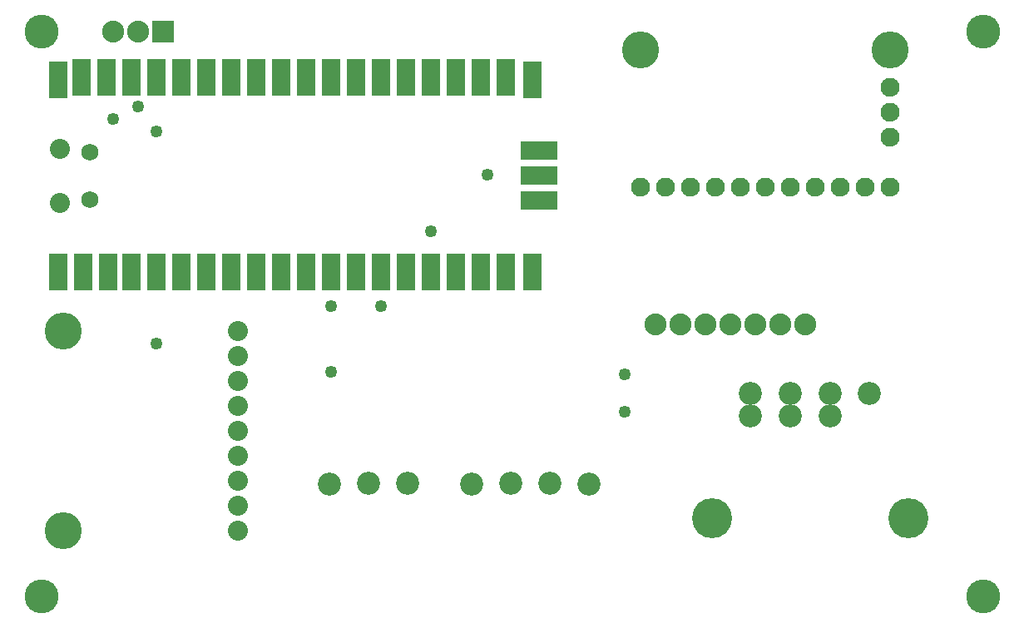
<source format=gts>
G04 MADE WITH FRITZING*
G04 WWW.FRITZING.ORG*
G04 DOUBLE SIDED*
G04 HOLES PLATED*
G04 CONTOUR ON CENTER OF CONTOUR VECTOR*
%ASAXBY*%
%FSLAX23Y23*%
%MOIN*%
%OFA0B0*%
%SFA1.0B1.0*%
%ADD10C,0.088000*%
%ADD11C,0.092677*%
%ADD12C,0.160000*%
%ADD13C,0.076000*%
%ADD14C,0.148425*%
%ADD15C,0.080000*%
%ADD16C,0.135984*%
%ADD17C,0.096614*%
%ADD18C,0.049370*%
%ADD19C,0.068000*%
%ADD20R,0.088000X0.088000*%
%ADD21R,0.076333X0.148458*%
%ADD22R,0.076000X0.148000*%
%ADD23R,0.076333X0.148000*%
%ADD24R,0.077375X0.148458*%
%ADD25R,0.148708X0.077500*%
%LNMASK1*%
G90*
G70*
G54D10*
X3162Y1183D03*
X3062Y1183D03*
X2962Y1183D03*
X2862Y1183D03*
X2762Y1183D03*
X2662Y1183D03*
X2562Y1183D03*
G54D11*
X3262Y908D03*
X3102Y908D03*
X2942Y908D03*
X3419Y908D03*
X3262Y817D03*
X2942Y817D03*
X3102Y817D03*
G54D12*
X3575Y408D03*
X2788Y408D03*
G54D13*
X3500Y1933D03*
X3500Y2033D03*
X3500Y2133D03*
X3500Y1733D03*
X3400Y1733D03*
X3300Y1733D03*
X3200Y1733D03*
G54D14*
X3500Y2283D03*
G54D13*
X3100Y1733D03*
X3000Y1733D03*
X2900Y1733D03*
X2800Y1733D03*
X2700Y1733D03*
X2600Y1733D03*
X2500Y1733D03*
G54D14*
X2500Y2283D03*
G54D15*
X887Y358D03*
X887Y458D03*
G54D14*
X187Y358D03*
G54D15*
X887Y558D03*
X887Y658D03*
X887Y758D03*
X887Y858D03*
X887Y958D03*
X887Y1058D03*
X887Y1158D03*
G54D14*
X187Y1158D03*
G54D16*
X100Y2358D03*
X100Y95D03*
X3874Y95D03*
X3874Y2358D03*
G54D10*
X587Y2358D03*
X487Y2358D03*
X387Y2358D03*
G54D17*
X3500Y2283D03*
X2500Y2283D03*
X187Y1158D03*
X187Y358D03*
G54D18*
X1887Y1783D03*
X562Y1958D03*
X562Y1108D03*
X487Y2058D03*
X387Y2008D03*
X1662Y1558D03*
G54D15*
X173Y1886D03*
X173Y1672D03*
G54D19*
X293Y1683D03*
X293Y1874D03*
G54D11*
X1254Y545D03*
X2139Y546D03*
X1981Y546D03*
X1824Y545D03*
X2295Y545D03*
X1566Y547D03*
X1410Y547D03*
G54D18*
X2437Y833D03*
X2437Y983D03*
X1262Y995D03*
X1262Y1258D03*
X1462Y1258D03*
G54D20*
X587Y2358D03*
G54D21*
X167Y1394D03*
G54D22*
X268Y1394D03*
X368Y1394D03*
X461Y1394D03*
X561Y1394D03*
X661Y1394D03*
X761Y1394D03*
X861Y1394D03*
X961Y1394D03*
X1061Y1394D03*
X1161Y1394D03*
X1261Y1394D03*
X1361Y1394D03*
X1461Y1394D03*
X1561Y1394D03*
X1661Y1394D03*
X1761Y1394D03*
X1861Y1394D03*
X1961Y1394D03*
G54D23*
X2067Y1394D03*
G54D24*
X2068Y2165D03*
G54D22*
X1961Y2173D03*
X1861Y2173D03*
X1761Y2173D03*
X1661Y2173D03*
X1561Y2173D03*
X1461Y2173D03*
X1361Y2173D03*
X1261Y2173D03*
X1161Y2173D03*
X1061Y2173D03*
X961Y2173D03*
X861Y2173D03*
X761Y2173D03*
X661Y2173D03*
X561Y2173D03*
X461Y2173D03*
X361Y2173D03*
X261Y2173D03*
G54D23*
X167Y2165D03*
G54D25*
X2093Y1679D03*
X2093Y1780D03*
X2093Y1880D03*
G04 End of Mask1*
M02*
</source>
